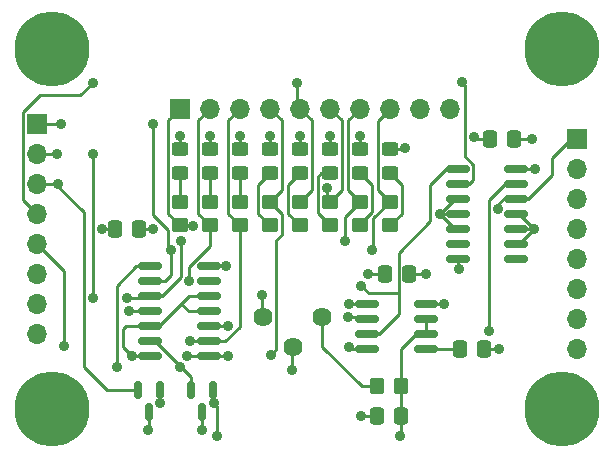
<source format=gbr>
%TF.GenerationSoftware,KiCad,Pcbnew,8.0.1-8.0.1-1~ubuntu22.04.1*%
%TF.CreationDate,2024-05-16T15:07:56-04:00*%
%TF.ProjectId,block-diagram-alex,626c6f63-6b2d-4646-9961-6772616d2d61,rev?*%
%TF.SameCoordinates,Original*%
%TF.FileFunction,Copper,L1,Top*%
%TF.FilePolarity,Positive*%
%FSLAX46Y46*%
G04 Gerber Fmt 4.6, Leading zero omitted, Abs format (unit mm)*
G04 Created by KiCad (PCBNEW 8.0.1-8.0.1-1~ubuntu22.04.1) date 2024-05-16 15:07:56*
%MOMM*%
%LPD*%
G01*
G04 APERTURE LIST*
G04 Aperture macros list*
%AMRoundRect*
0 Rectangle with rounded corners*
0 $1 Rounding radius*
0 $2 $3 $4 $5 $6 $7 $8 $9 X,Y pos of 4 corners*
0 Add a 4 corners polygon primitive as box body*
4,1,4,$2,$3,$4,$5,$6,$7,$8,$9,$2,$3,0*
0 Add four circle primitives for the rounded corners*
1,1,$1+$1,$2,$3*
1,1,$1+$1,$4,$5*
1,1,$1+$1,$6,$7*
1,1,$1+$1,$8,$9*
0 Add four rect primitives between the rounded corners*
20,1,$1+$1,$2,$3,$4,$5,0*
20,1,$1+$1,$4,$5,$6,$7,0*
20,1,$1+$1,$6,$7,$8,$9,0*
20,1,$1+$1,$8,$9,$2,$3,0*%
G04 Aperture macros list end*
%TA.AperFunction,ComponentPad*%
%ADD10C,6.350000*%
%TD*%
%TA.AperFunction,SMDPad,CuDef*%
%ADD11RoundRect,0.250000X-0.450000X0.350000X-0.450000X-0.350000X0.450000X-0.350000X0.450000X0.350000X0*%
%TD*%
%TA.AperFunction,SMDPad,CuDef*%
%ADD12RoundRect,0.250000X-0.450000X0.325000X-0.450000X-0.325000X0.450000X-0.325000X0.450000X0.325000X0*%
%TD*%
%TA.AperFunction,SMDPad,CuDef*%
%ADD13RoundRect,0.150000X-0.825000X-0.150000X0.825000X-0.150000X0.825000X0.150000X-0.825000X0.150000X0*%
%TD*%
%TA.AperFunction,SMDPad,CuDef*%
%ADD14RoundRect,0.250000X0.450000X-0.350000X0.450000X0.350000X-0.450000X0.350000X-0.450000X-0.350000X0*%
%TD*%
%TA.AperFunction,SMDPad,CuDef*%
%ADD15RoundRect,0.250000X-0.350000X-0.450000X0.350000X-0.450000X0.350000X0.450000X-0.350000X0.450000X0*%
%TD*%
%TA.AperFunction,SMDPad,CuDef*%
%ADD16RoundRect,0.250000X0.337500X0.475000X-0.337500X0.475000X-0.337500X-0.475000X0.337500X-0.475000X0*%
%TD*%
%TA.AperFunction,SMDPad,CuDef*%
%ADD17RoundRect,0.150000X-0.150000X0.587500X-0.150000X-0.587500X0.150000X-0.587500X0.150000X0.587500X0*%
%TD*%
%TA.AperFunction,ComponentPad*%
%ADD18R,1.700000X1.700000*%
%TD*%
%TA.AperFunction,ComponentPad*%
%ADD19O,1.700000X1.700000*%
%TD*%
%TA.AperFunction,SMDPad,CuDef*%
%ADD20RoundRect,0.250000X-0.337500X-0.475000X0.337500X-0.475000X0.337500X0.475000X-0.337500X0.475000X0*%
%TD*%
%TA.AperFunction,ComponentPad*%
%ADD21C,1.620000*%
%TD*%
%TA.AperFunction,ViaPad*%
%ADD22C,0.914400*%
%TD*%
%TA.AperFunction,Conductor*%
%ADD23C,0.254000*%
%TD*%
G04 APERTURE END LIST*
D10*
%TO.P,H3,1,1*%
%TO.N,GND*%
X123190000Y-105410000D03*
%TD*%
%TO.P,H2,1,1*%
%TO.N,GND*%
X166370000Y-74930000D03*
%TD*%
D11*
%TO.P,R4,1*%
%TO.N,/WD_PHOTODIODE*%
X146685000Y-87900000D03*
%TO.P,R4,2*%
%TO.N,Net-(D3-A)*%
X146685000Y-89900000D03*
%TD*%
D12*
%TO.P,D8,1,K*%
%TO.N,GND*%
X133985000Y-83430000D03*
%TO.P,D8,2,A*%
%TO.N,Net-(D8-A)*%
X133985000Y-85480000D03*
%TD*%
D10*
%TO.P,H4,1,1*%
%TO.N,GND*%
X166370000Y-105410000D03*
%TD*%
D12*
%TO.P,D2,1,K*%
%TO.N,GND*%
X151765000Y-83430000D03*
%TO.P,D2,2,A*%
%TO.N,Net-(D2-A)*%
X151765000Y-85480000D03*
%TD*%
D13*
%TO.P,U3,1*%
%TO.N,/WDT_OUT*%
X157545000Y-85090000D03*
%TO.P,U3,2*%
%TO.N,/MCU_ENA*%
X157545000Y-86360000D03*
%TO.P,U3,3*%
%TO.N,GND*%
X157545000Y-87630000D03*
%TO.P,U3,4*%
X157545000Y-88900000D03*
%TO.P,U3,5*%
X157545000Y-90170000D03*
%TO.P,U3,6*%
%TO.N,unconnected-(U3-Pad6)*%
X157545000Y-91440000D03*
%TO.P,U3,7,GND*%
%TO.N,GND*%
X157545000Y-92710000D03*
%TO.P,U3,8*%
%TO.N,unconnected-(U3-Pad8)*%
X162495000Y-92710000D03*
%TO.P,U3,9*%
%TO.N,GND*%
X162495000Y-91440000D03*
%TO.P,U3,10*%
X162495000Y-90170000D03*
%TO.P,U3,11*%
X162495000Y-88900000D03*
%TO.P,U3,12*%
%TO.N,/LASER_ENA*%
X162495000Y-87630000D03*
%TO.P,U3,13*%
%TO.N,Net-(U1-Pad10)*%
X162495000Y-86360000D03*
%TO.P,U3,14,VCC*%
%TO.N,+5V*%
X162495000Y-85090000D03*
%TD*%
D14*
%TO.P,R9,1*%
%TO.N,/LASER_ENA*%
X133985000Y-89900000D03*
%TO.P,R9,2*%
%TO.N,Net-(D8-A)*%
X133985000Y-87900000D03*
%TD*%
D11*
%TO.P,R5,1*%
%TO.N,/MCU_ENA*%
X144145000Y-87900000D03*
%TO.P,R5,2*%
%TO.N,Net-(D4-A)*%
X144145000Y-89900000D03*
%TD*%
D15*
%TO.P,R2,1*%
%TO.N,Net-(R2-Pad1)*%
X150700000Y-103505000D03*
%TO.P,R2,2*%
%TO.N,Net-(Q3-D)*%
X152700000Y-103505000D03*
%TD*%
D12*
%TO.P,D4,1,K*%
%TO.N,GND*%
X144145000Y-83430000D03*
%TO.P,D4,2,A*%
%TO.N,Net-(D4-A)*%
X144145000Y-85480000D03*
%TD*%
D16*
%TO.P,C1,1*%
%TO.N,+5V*%
X162327500Y-82550000D03*
%TO.P,C1,2*%
%TO.N,GND*%
X160252500Y-82550000D03*
%TD*%
D14*
%TO.P,R7,1*%
%TO.N,/KEY_SW*%
X139065000Y-89900000D03*
%TO.P,R7,2*%
%TO.N,Net-(D6-A)*%
X139065000Y-87900000D03*
%TD*%
D16*
%TO.P,C4,1*%
%TO.N,Net-(Q3-D)*%
X152737500Y-106045000D03*
%TO.P,C4,2*%
%TO.N,GND*%
X150662500Y-106045000D03*
%TD*%
D12*
%TO.P,D1,1,K*%
%TO.N,GND*%
X149225000Y-83430000D03*
%TO.P,D1,2,A*%
%TO.N,Net-(D1-A)*%
X149225000Y-85480000D03*
%TD*%
D11*
%TO.P,R1,1*%
%TO.N,/LC_HIGH*%
X149225000Y-87900000D03*
%TO.P,R1,2*%
%TO.N,Net-(D1-A)*%
X149225000Y-89900000D03*
%TD*%
D17*
%TO.P,Q3,1,D*%
%TO.N,Net-(Q3-D)*%
X136840000Y-103837500D03*
%TO.P,Q3,2,G*%
%TO.N,Net-(Q3-G)*%
X134940000Y-103837500D03*
%TO.P,Q3,3,S*%
%TO.N,GND*%
X135890000Y-105712500D03*
%TD*%
%TO.P,Q4,1,D*%
%TO.N,Net-(Q3-D)*%
X132330000Y-103837500D03*
%TO.P,Q4,2,G*%
%TO.N,/WD_PHOTODIODE*%
X130430000Y-103837500D03*
%TO.P,Q4,3,S*%
%TO.N,GND*%
X131380000Y-105712500D03*
%TD*%
D18*
%TO.P,J3,1,Pin_1*%
%TO.N,/LASER_ENA*%
X133985000Y-80010000D03*
D19*
%TO.P,J3,2,Pin_2*%
%TO.N,/WDT_OUT*%
X136525000Y-80010000D03*
%TO.P,J3,3,Pin_3*%
%TO.N,/KEY_SW*%
X139065000Y-80010000D03*
%TO.P,J3,4,Pin_4*%
%TO.N,/INTERLOCK*%
X141605000Y-80010000D03*
%TO.P,J3,5,Pin_5*%
%TO.N,/MCU_ENA*%
X144145000Y-80010000D03*
%TO.P,J3,6,Pin_6*%
%TO.N,/WD_PHOTODIODE*%
X146685000Y-80010000D03*
%TO.P,J3,7,Pin_7*%
%TO.N,/LC_HIGH*%
X149225000Y-80010000D03*
%TO.P,J3,8,Pin_8*%
%TO.N,/OVERRIDE*%
X151765000Y-80010000D03*
%TO.P,J3,9,Pin_9*%
%TO.N,GND*%
X154305000Y-80010000D03*
%TO.P,J3,10,Pin_10*%
X156845000Y-80010000D03*
%TD*%
D20*
%TO.P,C5,1*%
%TO.N,Net-(U6-CV)*%
X157712500Y-100330000D03*
%TO.P,C5,2*%
%TO.N,GND*%
X159787500Y-100330000D03*
%TD*%
D14*
%TO.P,R8,1*%
%TO.N,/WDT_OUT*%
X136525000Y-89900000D03*
%TO.P,R8,2*%
%TO.N,Net-(D7-A)*%
X136525000Y-87900000D03*
%TD*%
D16*
%TO.P,C2,1*%
%TO.N,+5V*%
X130577500Y-90170000D03*
%TO.P,C2,2*%
%TO.N,GND*%
X128502500Y-90170000D03*
%TD*%
D12*
%TO.P,D6,1,K*%
%TO.N,GND*%
X139065000Y-83430000D03*
%TO.P,D6,2,A*%
%TO.N,Net-(D6-A)*%
X139065000Y-85480000D03*
%TD*%
D16*
%TO.P,C3,1*%
%TO.N,+5V*%
X153437500Y-93980000D03*
%TO.P,C3,2*%
%TO.N,GND*%
X151362500Y-93980000D03*
%TD*%
D10*
%TO.P,H1,1,1*%
%TO.N,GND*%
X123190000Y-74930000D03*
%TD*%
D11*
%TO.P,R6,1*%
%TO.N,/INTERLOCK*%
X141605000Y-87900000D03*
%TO.P,R6,2*%
%TO.N,Net-(D5-A)*%
X141605000Y-89900000D03*
%TD*%
D12*
%TO.P,D5,1,K*%
%TO.N,GND*%
X141605000Y-83430000D03*
%TO.P,D5,2,A*%
%TO.N,Net-(D5-A)*%
X141605000Y-85480000D03*
%TD*%
%TO.P,D7,1,K*%
%TO.N,GND*%
X136525000Y-83430000D03*
%TO.P,D7,2,A*%
%TO.N,Net-(D7-A)*%
X136525000Y-85480000D03*
%TD*%
D11*
%TO.P,R3,1*%
%TO.N,/OVERRIDE*%
X151765000Y-87900000D03*
%TO.P,R3,2*%
%TO.N,Net-(D2-A)*%
X151765000Y-89900000D03*
%TD*%
D12*
%TO.P,D3,1,K*%
%TO.N,GND*%
X146685000Y-83430000D03*
%TO.P,D3,2,A*%
%TO.N,Net-(D3-A)*%
X146685000Y-85480000D03*
%TD*%
D13*
%TO.P,U6,1,GND*%
%TO.N,GND*%
X149860000Y-96520000D03*
%TO.P,U6,2,TR*%
%TO.N,Net-(U6-TR)*%
X149860000Y-97790000D03*
%TO.P,U6,3,Q*%
%TO.N,/WDT_OUT*%
X149860000Y-99060000D03*
%TO.P,U6,4,R*%
%TO.N,+5V*%
X149860000Y-100330000D03*
%TO.P,U6,5,CV*%
%TO.N,Net-(U6-CV)*%
X154810000Y-100330000D03*
%TO.P,U6,6,THR*%
%TO.N,Net-(Q3-D)*%
X154810000Y-99060000D03*
%TO.P,U6,7,DIS*%
X154810000Y-97790000D03*
%TO.P,U6,8,VCC*%
%TO.N,+5V*%
X154810000Y-96520000D03*
%TD*%
%TO.P,U1,1*%
%TO.N,Net-(Q3-G)*%
X131510000Y-93345000D03*
%TO.P,U1,2*%
%TO.N,/OVERRIDE*%
X131510000Y-94615000D03*
%TO.P,U1,3*%
%TO.N,/LC_HIGH*%
X131510000Y-95885000D03*
%TO.P,U1,4*%
%TO.N,Net-(U6-TR)*%
X131510000Y-97155000D03*
%TO.P,U1,5*%
%TO.N,GND*%
X131510000Y-98425000D03*
%TO.P,U1,6*%
%TO.N,Net-(Q3-G)*%
X131510000Y-99695000D03*
%TO.P,U1,7,GND*%
%TO.N,GND*%
X131510000Y-100965000D03*
%TO.P,U1,8*%
%TO.N,/INTERLOCK*%
X136460000Y-100965000D03*
%TO.P,U1,9*%
%TO.N,/KEY_SW*%
X136460000Y-99695000D03*
%TO.P,U1,10*%
%TO.N,Net-(U1-Pad10)*%
X136460000Y-98425000D03*
%TO.P,U1,11*%
%TO.N,GND*%
X136460000Y-97155000D03*
%TO.P,U1,12*%
X136460000Y-95885000D03*
%TO.P,U1,13*%
%TO.N,unconnected-(U1-Pad13)*%
X136460000Y-94615000D03*
%TO.P,U1,14,VCC*%
%TO.N,+5V*%
X136460000Y-93345000D03*
%TD*%
D21*
%TO.P,RV1,1,1*%
%TO.N,Net-(R2-Pad1)*%
X146065000Y-97695000D03*
%TO.P,RV1,2,2*%
%TO.N,+5V*%
X143565000Y-100195000D03*
%TO.P,RV1,3,3*%
X141065000Y-97695000D03*
%TD*%
D18*
%TO.P,J2,1,Pin_1*%
%TO.N,/LASER_ENA*%
X167640000Y-82550000D03*
D19*
%TO.P,J2,2,Pin_2*%
%TO.N,unconnected-(J2-Pin_2-Pad2)*%
X167640000Y-85090000D03*
%TO.P,J2,3,Pin_3*%
%TO.N,unconnected-(J2-Pin_3-Pad3)*%
X167640000Y-87630000D03*
%TO.P,J2,4,Pin_4*%
%TO.N,+5V*%
X167640000Y-90170000D03*
%TO.P,J2,5,Pin_5*%
X167640000Y-92710000D03*
%TO.P,J2,6,Pin_6*%
%TO.N,GND*%
X167640000Y-95250000D03*
%TO.P,J2,7,Pin_7*%
X167640000Y-97790000D03*
%TO.P,J2,8,Pin_8*%
X167640000Y-100330000D03*
%TD*%
D18*
%TO.P,J1,1,Pin_1*%
%TO.N,/OVERRIDE*%
X121920000Y-81280000D03*
D19*
%TO.P,J1,2,Pin_2*%
%TO.N,/LC_HIGH*%
X121920000Y-83820000D03*
%TO.P,J1,3,Pin_3*%
%TO.N,/WD_PHOTODIODE*%
X121920000Y-86360000D03*
%TO.P,J1,4,Pin_4*%
%TO.N,/MCU_ENA*%
X121920000Y-88900000D03*
%TO.P,J1,5,Pin_5*%
%TO.N,/INTERLOCK*%
X121920000Y-91440000D03*
%TO.P,J1,6,Pin_6*%
%TO.N,/KEY_SW*%
X121920000Y-93980000D03*
%TO.P,J1,7,Pin_7*%
%TO.N,unconnected-(J1-Pin_7-Pad7)*%
X121920000Y-96520000D03*
%TO.P,J1,8,Pin_8*%
%TO.N,unconnected-(J1-Pin_8-Pad8)*%
X121920000Y-99060000D03*
%TD*%
D22*
%TO.N,GND*%
X133985000Y-82296000D03*
X156057600Y-88900000D03*
X144145000Y-82296000D03*
X139065000Y-82296000D03*
X161036000Y-100330000D03*
X157607000Y-93599000D03*
X163957000Y-90170000D03*
X131318000Y-107188000D03*
X136525000Y-82296000D03*
X146685000Y-82296000D03*
X149225000Y-82296000D03*
X149961600Y-93980000D03*
X148336000Y-96520000D03*
X153035000Y-83312000D03*
X135890000Y-107188000D03*
X141605000Y-82296000D03*
X149352000Y-106045000D03*
X158877000Y-82423000D03*
X127381000Y-90170000D03*
X129921000Y-100965000D03*
%TO.N,+5V*%
X154838400Y-93980000D03*
X143510000Y-102108000D03*
X164084000Y-85090000D03*
X131699000Y-90170000D03*
X148333000Y-100203000D03*
X137922000Y-93345000D03*
X163779200Y-82600800D03*
X156337000Y-96520000D03*
X140970000Y-95758000D03*
%TO.N,Net-(Q3-D)*%
X137160000Y-107696000D03*
X132334000Y-104902000D03*
X152654000Y-107696000D03*
X136906000Y-104902000D03*
%TO.N,Net-(Q3-G)*%
X128651000Y-101854000D03*
X133988694Y-101856268D03*
%TO.N,Net-(U1-Pad10)*%
X160147000Y-98809800D03*
X138049000Y-98425000D03*
%TO.N,Net-(U6-TR)*%
X129667000Y-97155000D03*
X148209000Y-97663000D03*
%TO.N,/LC_HIGH*%
X129540000Y-96012000D03*
X123571000Y-83820000D03*
X126619000Y-83820000D03*
X134112000Y-91186000D03*
X126619000Y-96012000D03*
X147955000Y-91186000D03*
%TO.N,/WD_PHOTODIODE*%
X123698000Y-86360000D03*
X146431000Y-86690000D03*
%TO.N,/OVERRIDE*%
X123952000Y-81280000D03*
X133223000Y-91948000D03*
X131699000Y-81280000D03*
X150241000Y-91948000D03*
%TO.N,/KEY_SW*%
X134874000Y-99695000D03*
%TO.N,/MCU_ENA*%
X143891000Y-77851000D03*
X126619000Y-77851000D03*
X157861000Y-77724000D03*
%TO.N,/INTERLOCK*%
X141732000Y-100838000D03*
X124206000Y-100076000D03*
X134620000Y-100965000D03*
X138049000Y-100965000D03*
%TO.N,/LASER_ENA*%
X135128000Y-89916000D03*
X160929363Y-88481671D03*
%TO.N,/WDT_OUT*%
X134776224Y-94631430D03*
X149352000Y-94996000D03*
%TD*%
D23*
%TO.N,GND*%
X144145000Y-82296000D02*
X144145000Y-83430000D01*
X134747000Y-95885000D02*
X134112000Y-96520000D01*
X149225000Y-82296000D02*
X149225000Y-83430000D01*
X157327600Y-87630000D02*
X156057600Y-88900000D01*
X163957000Y-90170000D02*
X162495000Y-90170000D01*
X162495000Y-91440000D02*
X162687000Y-91440000D01*
X149352000Y-106045000D02*
X150662500Y-106045000D01*
X128502500Y-90170000D02*
X127381000Y-90170000D01*
X141605000Y-82296000D02*
X141605000Y-83430000D01*
X134747000Y-97155000D02*
X136460000Y-97155000D01*
X148336000Y-96520000D02*
X149860000Y-96520000D01*
X131510000Y-98425000D02*
X132207000Y-98425000D01*
X162687000Y-88900000D02*
X163957000Y-90170000D01*
X151765000Y-83430000D02*
X152917000Y-83430000D01*
X136525000Y-82296000D02*
X136525000Y-83430000D01*
X132207000Y-98425000D02*
X134112000Y-96520000D01*
X139065000Y-82296000D02*
X139065000Y-83430000D01*
X160252500Y-82550000D02*
X159004000Y-82550000D01*
X129413000Y-98425000D02*
X129159000Y-98679000D01*
X156845000Y-80010000D02*
X156845000Y-80391000D01*
X134112000Y-96520000D02*
X134747000Y-97155000D01*
X149961600Y-93980000D02*
X151362500Y-93980000D01*
X136460000Y-95885000D02*
X134747000Y-95885000D01*
X131510000Y-98425000D02*
X129413000Y-98425000D01*
X157545000Y-92710000D02*
X157545000Y-93537000D01*
X133985000Y-83430000D02*
X133985000Y-82296000D01*
X157545000Y-90170000D02*
X157327600Y-90170000D01*
X162687000Y-91440000D02*
X163957000Y-90170000D01*
X157545000Y-93537000D02*
X157607000Y-93599000D01*
X131380000Y-107126000D02*
X131318000Y-107188000D01*
X152917000Y-83430000D02*
X153035000Y-83312000D01*
X154305000Y-80010000D02*
X154305000Y-80391000D01*
X157545000Y-88900000D02*
X156057600Y-88900000D01*
X162495000Y-88900000D02*
X162687000Y-88900000D01*
X159004000Y-82550000D02*
X158877000Y-82423000D01*
X146685000Y-82296000D02*
X146685000Y-83430000D01*
X131380000Y-105712500D02*
X131380000Y-107126000D01*
X129159000Y-98679000D02*
X129159000Y-100203000D01*
X129159000Y-100203000D02*
X129921000Y-100965000D01*
X131510000Y-100965000D02*
X129921000Y-100965000D01*
X157545000Y-87630000D02*
X157327600Y-87630000D01*
X135890000Y-105712500D02*
X135890000Y-107188000D01*
X157327600Y-90170000D02*
X156057600Y-88900000D01*
X159787500Y-100330000D02*
X161036000Y-100330000D01*
%TO.N,+5V*%
X131699000Y-90170000D02*
X130577500Y-90170000D01*
X143565000Y-100275000D02*
X143510000Y-100330000D01*
X164084000Y-85090000D02*
X162495000Y-85090000D01*
X143565000Y-100195000D02*
X143565000Y-100275000D01*
X137922000Y-93345000D02*
X136460000Y-93345000D01*
X140970000Y-95758000D02*
X140970000Y-97600000D01*
X163779200Y-82600800D02*
X162378300Y-82600800D01*
X140970000Y-97600000D02*
X141065000Y-97695000D01*
X149860000Y-100330000D02*
X148460000Y-100330000D01*
X162378300Y-82600800D02*
X162327500Y-82550000D01*
X156337000Y-96520000D02*
X154810000Y-96520000D01*
X154838400Y-93980000D02*
X153437500Y-93980000D01*
X143510000Y-100330000D02*
X143510000Y-102108000D01*
%TO.N,Net-(Q3-D)*%
X132330000Y-104898000D02*
X132334000Y-104902000D01*
X136840000Y-103837500D02*
X136840000Y-104836000D01*
X152700000Y-103505000D02*
X152700000Y-103627200D01*
X154025600Y-99060000D02*
X152700000Y-100385600D01*
X152737500Y-107612500D02*
X152654000Y-107696000D01*
X137160000Y-107696000D02*
X137160000Y-105156000D01*
X152737500Y-103664700D02*
X152737500Y-106045000D01*
X152700000Y-103627200D02*
X152737500Y-103664700D01*
X154810000Y-99060000D02*
X154810000Y-97790000D01*
X154810000Y-99060000D02*
X154025600Y-99060000D01*
X152700000Y-100385600D02*
X152700000Y-103505000D01*
X152737500Y-106045000D02*
X152737500Y-107612500D01*
X137160000Y-105156000D02*
X136906000Y-104902000D01*
X136840000Y-104836000D02*
X136906000Y-104902000D01*
X132330000Y-103837500D02*
X132330000Y-104898000D01*
%TO.N,Net-(Q3-G)*%
X130302000Y-93345000D02*
X128651000Y-94996000D01*
X131862342Y-99695000D02*
X131510000Y-99695000D01*
X128651000Y-94996000D02*
X128651000Y-101854000D01*
X131510000Y-93345000D02*
X130302000Y-93345000D01*
X134940000Y-103837500D02*
X134940000Y-102772658D01*
X134940000Y-102772658D02*
X131862342Y-99695000D01*
X128651000Y-101854000D02*
X128651000Y-101727000D01*
%TO.N,Net-(U1-Pad10)*%
X136460000Y-98425000D02*
X138049000Y-98425000D01*
X160147000Y-87733001D02*
X161520001Y-86360000D01*
X161520001Y-86360000D02*
X162495000Y-86360000D01*
X160147000Y-98809800D02*
X160147000Y-87733001D01*
%TO.N,Net-(U6-TR)*%
X131510000Y-97155000D02*
X129667000Y-97155000D01*
X148209000Y-97663000D02*
X149733000Y-97663000D01*
X149733000Y-97663000D02*
X149860000Y-97790000D01*
%TO.N,Net-(D1-A)*%
X149225000Y-85480000D02*
X150229800Y-86484800D01*
X150229800Y-88784200D02*
X149225000Y-89789000D01*
X150229800Y-86484800D02*
X150229800Y-88784200D01*
X149225000Y-89789000D02*
X149225000Y-89900000D01*
%TO.N,Net-(D2-A)*%
X152769800Y-86484800D02*
X152769800Y-88895200D01*
X152769800Y-88895200D02*
X151765000Y-89900000D01*
X151765000Y-85480000D02*
X152769800Y-86484800D01*
%TO.N,Net-(D3-A)*%
X145669000Y-88884000D02*
X146685000Y-89900000D01*
X145985000Y-85480000D02*
X145669000Y-85796000D01*
X146685000Y-85480000D02*
X145985000Y-85480000D01*
X145669000Y-85796000D02*
X145669000Y-88884000D01*
%TO.N,Net-(D4-A)*%
X144145000Y-85480000D02*
X143140200Y-86484800D01*
X143140200Y-86484800D02*
X143140200Y-88895200D01*
X143140200Y-88895200D02*
X144145000Y-89900000D01*
%TO.N,Net-(D5-A)*%
X140600200Y-88895200D02*
X141605000Y-89900000D01*
X140600200Y-86484800D02*
X140600200Y-88895200D01*
X141605000Y-85480000D02*
X140600200Y-86484800D01*
%TO.N,Net-(D6-A)*%
X139065000Y-85480000D02*
X139065000Y-87900000D01*
%TO.N,Net-(D7-A)*%
X136525000Y-85480000D02*
X136525000Y-87900000D01*
%TO.N,Net-(D8-A)*%
X133985000Y-85480000D02*
X133985000Y-87900000D01*
%TO.N,/LC_HIGH*%
X148220200Y-81014800D02*
X148220200Y-86895200D01*
X121920000Y-83820000D02*
X123571000Y-83820000D01*
X149225000Y-80010000D02*
X148220200Y-81014800D01*
X132484999Y-95885000D02*
X134112000Y-94257999D01*
X147955000Y-91186000D02*
X147955000Y-89170000D01*
X126619000Y-95885000D02*
X126619000Y-96012000D01*
X131383000Y-96012000D02*
X131510000Y-95885000D01*
X134112000Y-94257999D02*
X134112000Y-91186000D01*
X131510000Y-95885000D02*
X132484999Y-95885000D01*
X129540000Y-96012000D02*
X131383000Y-96012000D01*
X147955000Y-89170000D02*
X149225000Y-87900000D01*
X126619000Y-83820000D02*
X126619000Y-95885000D01*
X148220200Y-86895200D02*
X149225000Y-87900000D01*
%TO.N,/WD_PHOTODIODE*%
X146685000Y-87900000D02*
X147689800Y-86895200D01*
X146431000Y-86690000D02*
X146431000Y-87646000D01*
X147689800Y-81014800D02*
X146685000Y-80010000D01*
X147689800Y-86895200D02*
X147689800Y-81014800D01*
X127840500Y-103837500D02*
X125857000Y-101854000D01*
X130430000Y-103837500D02*
X127840500Y-103837500D01*
X125857000Y-101854000D02*
X125857000Y-88773000D01*
X125857000Y-88773000D02*
X123444000Y-86360000D01*
X146431000Y-87646000D02*
X146685000Y-87900000D01*
X123444000Y-86360000D02*
X121920000Y-86360000D01*
%TO.N,/OVERRIDE*%
X132980200Y-90308200D02*
X132980200Y-91705200D01*
X150749000Y-86884000D02*
X150749000Y-81026000D01*
X131699000Y-81280000D02*
X131699000Y-89027000D01*
X132715000Y-94615000D02*
X133223000Y-94107000D01*
X131510000Y-94615000D02*
X132715000Y-94615000D01*
X150368000Y-89297000D02*
X150368000Y-91821000D01*
X150368000Y-89297000D02*
X151765000Y-87900000D01*
X131699000Y-89027000D02*
X132980200Y-90308200D01*
X132980200Y-91705200D02*
X133223000Y-91948000D01*
X151765000Y-87900000D02*
X150749000Y-86884000D01*
X133223000Y-94107000D02*
X133223000Y-91948000D01*
X150749000Y-81026000D02*
X151765000Y-80010000D01*
X150368000Y-91821000D02*
X150241000Y-91948000D01*
X121920000Y-81280000D02*
X123952000Y-81280000D01*
%TO.N,/KEY_SW*%
X136460000Y-99695000D02*
X137856631Y-99695000D01*
X136460000Y-99695000D02*
X134874000Y-99695000D01*
X138060200Y-88895200D02*
X139065000Y-89900000D01*
X139065000Y-80010000D02*
X138060200Y-81014800D01*
X137856631Y-99695000D02*
X139065000Y-98486631D01*
X139065000Y-98486631D02*
X139065000Y-89900000D01*
X138060200Y-81014800D02*
X138060200Y-88895200D01*
%TO.N,/MCU_ENA*%
X143891000Y-79883000D02*
X143891000Y-77851000D01*
X145149800Y-86895200D02*
X145149800Y-81014800D01*
X158824800Y-86055199D02*
X158519999Y-86360000D01*
X144018000Y-80010000D02*
X143891000Y-79883000D01*
X126619000Y-77851000D02*
X125579400Y-78890600D01*
X158519999Y-86360000D02*
X157545000Y-86360000D01*
X120765200Y-80275800D02*
X120765200Y-87745200D01*
X158115000Y-77978000D02*
X158115000Y-84037658D01*
X125579400Y-78890600D02*
X122150400Y-78890600D01*
X144145000Y-80010000D02*
X144018000Y-80010000D01*
X158115000Y-84037658D02*
X158824800Y-84747458D01*
X157861000Y-77724000D02*
X158115000Y-77978000D01*
X122150400Y-78890600D02*
X120765200Y-80275800D01*
X158824800Y-84747458D02*
X158824800Y-86055199D01*
X120765200Y-87745200D02*
X121920000Y-88900000D01*
X145149800Y-81014800D02*
X144145000Y-80010000D01*
X144145000Y-87900000D02*
X145149800Y-86895200D01*
%TO.N,/INTERLOCK*%
X142609800Y-90695600D02*
X142609800Y-88904800D01*
X142179800Y-100390200D02*
X142179800Y-91125600D01*
X142609800Y-88904800D02*
X141605000Y-87900000D01*
X136460000Y-100965000D02*
X134620000Y-100965000D01*
X142609800Y-81014800D02*
X142609800Y-86895200D01*
X141732000Y-100838000D02*
X142179800Y-100390200D01*
X142179800Y-91125600D02*
X142609800Y-90695600D01*
X124206000Y-93726000D02*
X121920000Y-91440000D01*
X136460000Y-100965000D02*
X138049000Y-100965000D01*
X141605000Y-80010000D02*
X142609800Y-81014800D01*
X142609800Y-86895200D02*
X141605000Y-87900000D01*
X124206000Y-100076000D02*
X124206000Y-93726000D01*
%TO.N,/LASER_ENA*%
X161036000Y-88011000D02*
X161036000Y-88519000D01*
X165481000Y-85618999D02*
X165481000Y-84201000D01*
X167132000Y-82550000D02*
X167640000Y-82550000D01*
X165481000Y-84201000D02*
X167132000Y-82550000D01*
X161417000Y-87630000D02*
X161036000Y-88011000D01*
X133985000Y-89900000D02*
X135112000Y-89900000D01*
X132980200Y-88895200D02*
X133985000Y-89900000D01*
X161036000Y-88519000D02*
X160966692Y-88519000D01*
X162495000Y-87630000D02*
X161417000Y-87630000D01*
X160966692Y-88519000D02*
X160929363Y-88481671D01*
X132980200Y-81014800D02*
X132980200Y-88895200D01*
X163469999Y-87630000D02*
X165481000Y-85618999D01*
X162495000Y-87630000D02*
X163469999Y-87630000D01*
X135112000Y-89900000D02*
X135128000Y-89916000D01*
X133985000Y-80010000D02*
X132980200Y-81014800D01*
%TO.N,/WDT_OUT*%
X135520200Y-81014800D02*
X135520200Y-88895200D01*
X135520200Y-88895200D02*
X136525000Y-89900000D01*
X155194000Y-86466001D02*
X155194000Y-89535000D01*
X152527000Y-97367999D02*
X150834999Y-99060000D01*
X156570001Y-85090000D02*
X155194000Y-86466001D01*
X149352000Y-94996000D02*
X149987000Y-95631000D01*
X134776224Y-93406434D02*
X136525000Y-91657658D01*
X149987000Y-95631000D02*
X152527000Y-95631000D01*
X152527000Y-92202000D02*
X152527000Y-95631000D01*
X150834999Y-99060000D02*
X149860000Y-99060000D01*
X136525000Y-91657658D02*
X136525000Y-89900000D01*
X136525000Y-80010000D02*
X135520200Y-81014800D01*
X134776224Y-94631430D02*
X134776224Y-93406434D01*
X155194000Y-89535000D02*
X152527000Y-92202000D01*
X157545000Y-85090000D02*
X156570001Y-85090000D01*
X152527000Y-95631000D02*
X152527000Y-97367999D01*
%TO.N,Net-(R2-Pad1)*%
X146065000Y-97695000D02*
X146065000Y-100156000D01*
X150700000Y-103505000D02*
X149414000Y-103505000D01*
X146065000Y-100156000D02*
X149414000Y-103505000D01*
%TO.N,Net-(U6-CV)*%
X157712500Y-100330000D02*
X154810000Y-100330000D01*
%TD*%
M02*

</source>
